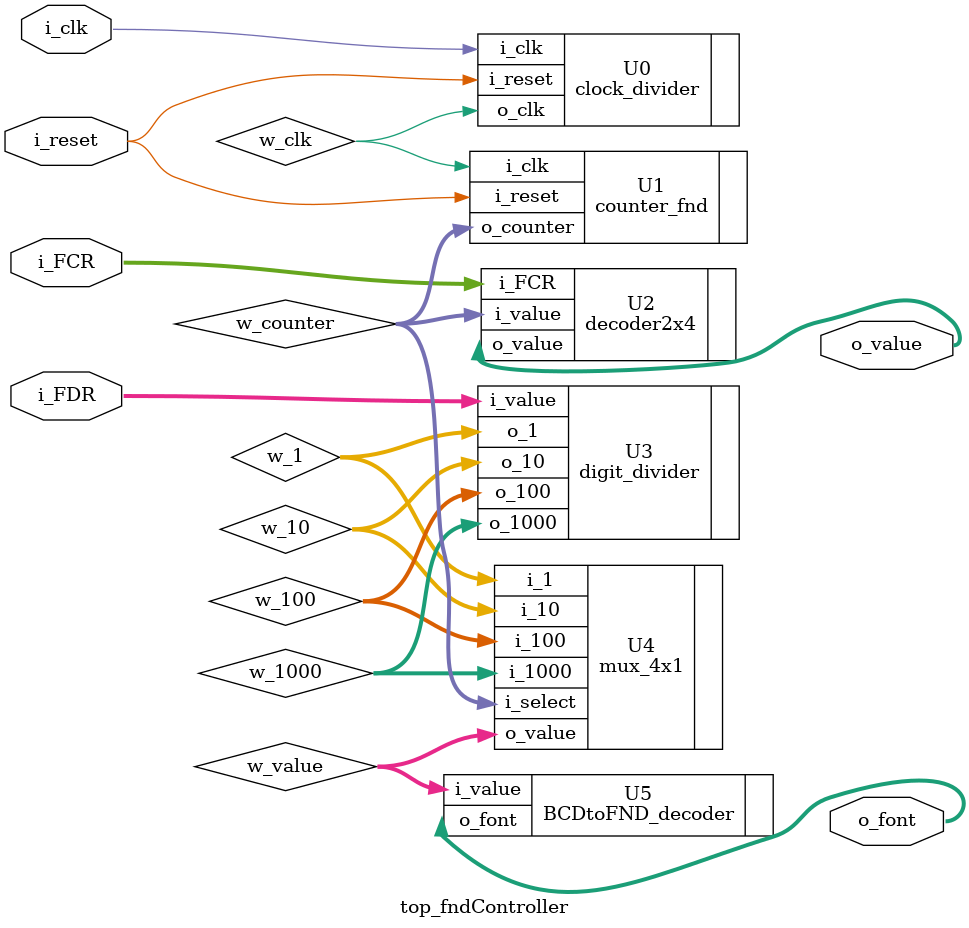
<source format=v>
`timescale 1ns / 1ps

module top_fndController(
    input i_clk,
    input i_reset,
    input [1:0] i_FCR,
    input [13:0] i_FDR,
    output [7:0] o_font,
    output [3:0] o_value
    );


    wire w_clk;
    clock_divider U0(
    .i_clk(i_clk),
    .i_reset(i_reset),
    .o_clk(w_clk)
    );

    wire [1:0] w_counter;
    counter_fnd U1(
    .i_clk(w_clk),
    .i_reset(i_reset),
    .o_counter(w_counter)
    );

    decoder2x4 U2(
    .i_value(w_counter),
    .o_value(o_value),
    .i_FCR(i_FCR)
    );

    wire [3:0] w_1000, w_100, w_10, w_1;
    digit_divider U3(
    .i_value(i_FDR),
    .o_1000(w_1000), 
    .o_100(w_100), 
    .o_10(w_10), 
    .o_1(w_1)
    );

    wire [3:0] w_value;

    mux_4x1 U4(
    .i_1000(w_1000), 
    .i_100(w_100), 
    .i_10(w_10), 
    .i_1(w_1),
    .i_select(w_counter),
    .o_value(w_value)
    );

    BCDtoFND_decoder U5(
    .i_value(w_value),
    .o_font(o_font)
    );


endmodule

</source>
